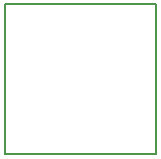
<source format=gko>
G04 DipTrace Beta 2.3.5.2*
%INOpenSky_NoLDO.GKO*%
%MOIN*%
%ADD11C,0.0055*%
%FSLAX44Y44*%
G04*
G70*
G90*
G75*
G01*
%LNBoardOutline*%
%LPD*%
X0Y0D2*
D11*
Y5000D1*
X5050D1*
Y0D1*
X0D1*
M02*

</source>
